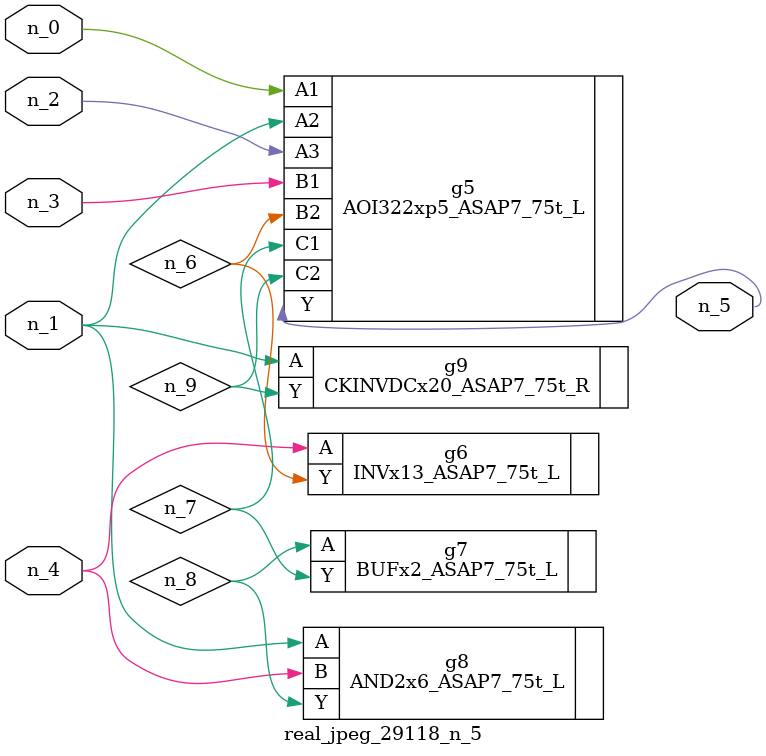
<source format=v>
module real_jpeg_29118_n_5 (n_4, n_0, n_1, n_2, n_3, n_5);

input n_4;
input n_0;
input n_1;
input n_2;
input n_3;

output n_5;

wire n_8;
wire n_6;
wire n_7;
wire n_9;

AOI322xp5_ASAP7_75t_L g5 ( 
.A1(n_0),
.A2(n_1),
.A3(n_2),
.B1(n_3),
.B2(n_6),
.C1(n_7),
.C2(n_9),
.Y(n_5)
);

AND2x6_ASAP7_75t_L g8 ( 
.A(n_1),
.B(n_4),
.Y(n_8)
);

CKINVDCx20_ASAP7_75t_R g9 ( 
.A(n_1),
.Y(n_9)
);

INVx13_ASAP7_75t_L g6 ( 
.A(n_4),
.Y(n_6)
);

BUFx2_ASAP7_75t_L g7 ( 
.A(n_8),
.Y(n_7)
);


endmodule
</source>
